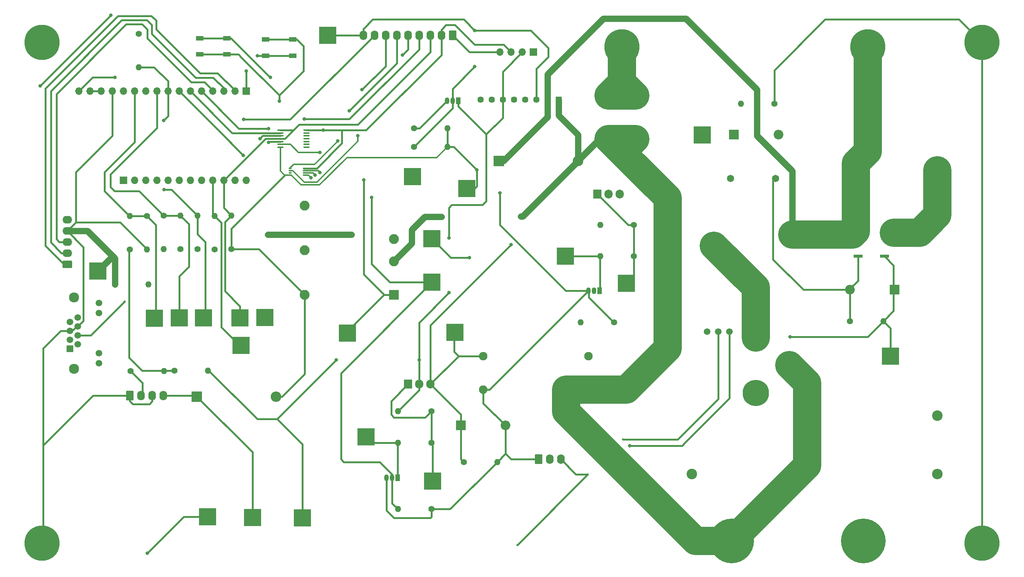
<source format=gtl>
G04 #@! TF.GenerationSoftware,KiCad,Pcbnew,7.0.8*
G04 #@! TF.CreationDate,2023-11-09T10:36:57-05:00*
G04 #@! TF.ProjectId,mecc-pcb-kicad,6d656363-2d70-4636-922d-6b696361642e,v1*
G04 #@! TF.SameCoordinates,Original*
G04 #@! TF.FileFunction,Copper,L1,Top*
G04 #@! TF.FilePolarity,Positive*
%FSLAX46Y46*%
G04 Gerber Fmt 4.6, Leading zero omitted, Abs format (unit mm)*
G04 Created by KiCad (PCBNEW 7.0.8) date 2023-11-09 10:36:57*
%MOMM*%
%LPD*%
G01*
G04 APERTURE LIST*
G04 Aperture macros list*
%AMRoundRect*
0 Rectangle with rounded corners*
0 $1 Rounding radius*
0 $2 $3 $4 $5 $6 $7 $8 $9 X,Y pos of 4 corners*
0 Add a 4 corners polygon primitive as box body*
4,1,4,$2,$3,$4,$5,$6,$7,$8,$9,$2,$3,0*
0 Add four circle primitives for the rounded corners*
1,1,$1+$1,$2,$3*
1,1,$1+$1,$4,$5*
1,1,$1+$1,$6,$7*
1,1,$1+$1,$8,$9*
0 Add four rect primitives between the rounded corners*
20,1,$1+$1,$2,$3,$4,$5,0*
20,1,$1+$1,$4,$5,$6,$7,0*
20,1,$1+$1,$6,$7,$8,$9,0*
20,1,$1+$1,$8,$9,$2,$3,0*%
G04 Aperture macros list end*
G04 #@! TA.AperFunction,ComponentPad*
%ADD10R,4.000000X4.000000*%
G04 #@! TD*
G04 #@! TA.AperFunction,SMDPad,CuDef*
%ADD11R,1.800000X1.100000*%
G04 #@! TD*
G04 #@! TA.AperFunction,ComponentPad*
%ADD12C,1.400000*%
G04 #@! TD*
G04 #@! TA.AperFunction,ComponentPad*
%ADD13O,1.400000X1.400000*%
G04 #@! TD*
G04 #@! TA.AperFunction,ComponentPad*
%ADD14O,1.050000X1.500000*%
G04 #@! TD*
G04 #@! TA.AperFunction,ComponentPad*
%ADD15R,1.050000X1.500000*%
G04 #@! TD*
G04 #@! TA.AperFunction,ComponentPad*
%ADD16C,8.000000*%
G04 #@! TD*
G04 #@! TA.AperFunction,ComponentPad*
%ADD17R,2.400000X2.400000*%
G04 #@! TD*
G04 #@! TA.AperFunction,ComponentPad*
%ADD18O,2.400000X2.400000*%
G04 #@! TD*
G04 #@! TA.AperFunction,ComponentPad*
%ADD19R,1.950000X1.950000*%
G04 #@! TD*
G04 #@! TA.AperFunction,ComponentPad*
%ADD20C,1.950000*%
G04 #@! TD*
G04 #@! TA.AperFunction,ComponentPad*
%ADD21C,6.000000*%
G04 #@! TD*
G04 #@! TA.AperFunction,ComponentPad*
%ADD22C,1.500000*%
G04 #@! TD*
G04 #@! TA.AperFunction,SMDPad,CuDef*
%ADD23R,3.000000X2.000000*%
G04 #@! TD*
G04 #@! TA.AperFunction,ComponentPad*
%ADD24R,2.200000X2.200000*%
G04 #@! TD*
G04 #@! TA.AperFunction,ComponentPad*
%ADD25O,2.200000X2.200000*%
G04 #@! TD*
G04 #@! TA.AperFunction,ComponentPad*
%ADD26C,3.750000*%
G04 #@! TD*
G04 #@! TA.AperFunction,ComponentPad*
%ADD27C,1.650000*%
G04 #@! TD*
G04 #@! TA.AperFunction,ComponentPad*
%ADD28C,2.400000*%
G04 #@! TD*
G04 #@! TA.AperFunction,ComponentPad*
%ADD29R,1.450000X1.450000*%
G04 #@! TD*
G04 #@! TA.AperFunction,ComponentPad*
%ADD30C,1.450000*%
G04 #@! TD*
G04 #@! TA.AperFunction,ComponentPad*
%ADD31R,1.500000X1.500000*%
G04 #@! TD*
G04 #@! TA.AperFunction,ComponentPad*
%ADD32C,2.300000*%
G04 #@! TD*
G04 #@! TA.AperFunction,ComponentPad*
%ADD33RoundRect,0.250000X0.620000X0.845000X-0.620000X0.845000X-0.620000X-0.845000X0.620000X-0.845000X0*%
G04 #@! TD*
G04 #@! TA.AperFunction,ComponentPad*
%ADD34O,1.740000X2.190000*%
G04 #@! TD*
G04 #@! TA.AperFunction,ComponentPad*
%ADD35RoundRect,0.250000X0.845000X-0.620000X0.845000X0.620000X-0.845000X0.620000X-0.845000X-0.620000X0*%
G04 #@! TD*
G04 #@! TA.AperFunction,ComponentPad*
%ADD36O,2.190000X1.740000*%
G04 #@! TD*
G04 #@! TA.AperFunction,ComponentPad*
%ADD37R,1.700000X1.700000*%
G04 #@! TD*
G04 #@! TA.AperFunction,ComponentPad*
%ADD38O,1.700000X1.700000*%
G04 #@! TD*
G04 #@! TA.AperFunction,ComponentPad*
%ADD39R,2.250000X2.250000*%
G04 #@! TD*
G04 #@! TA.AperFunction,ComponentPad*
%ADD40C,2.250000*%
G04 #@! TD*
G04 #@! TA.AperFunction,SMDPad,CuDef*
%ADD41O,0.800001X0.299999*%
G04 #@! TD*
G04 #@! TA.AperFunction,ComponentPad*
%ADD42O,1.905000X2.000000*%
G04 #@! TD*
G04 #@! TA.AperFunction,ComponentPad*
%ADD43R,1.905000X2.000000*%
G04 #@! TD*
G04 #@! TA.AperFunction,ComponentPad*
%ADD44C,10.160000*%
G04 #@! TD*
G04 #@! TA.AperFunction,SMDPad,CuDef*
%ADD45R,2.000000X0.700000*%
G04 #@! TD*
G04 #@! TA.AperFunction,ComponentPad*
%ADD46RoundRect,0.250000X-0.620000X-0.845000X0.620000X-0.845000X0.620000X0.845000X-0.620000X0.845000X0*%
G04 #@! TD*
G04 #@! TA.AperFunction,SMDPad,CuDef*
%ADD47R,1.409700X0.355600*%
G04 #@! TD*
G04 #@! TA.AperFunction,ViaPad*
%ADD48C,0.800000*%
G04 #@! TD*
G04 #@! TA.AperFunction,ViaPad*
%ADD49C,0.500000*%
G04 #@! TD*
G04 #@! TA.AperFunction,Conductor*
%ADD50C,0.400000*%
G04 #@! TD*
G04 #@! TA.AperFunction,Conductor*
%ADD51C,6.450000*%
G04 #@! TD*
G04 #@! TA.AperFunction,Conductor*
%ADD52C,1.450000*%
G04 #@! TD*
G04 #@! TA.AperFunction,Conductor*
%ADD53C,0.300000*%
G04 #@! TD*
G04 APERTURE END LIST*
D10*
G04 #@! TO.P,TP7,1,1*
G04 #@! TO.N,PRE_DIS*
X172000000Y-154000000D03*
G04 #@! TD*
D11*
G04 #@! TO.P,SW2,2,2*
G04 #@! TO.N,BOOT0*
X135100000Y-91000000D03*
X128900000Y-91000000D03*
G04 #@! TO.P,SW2,1,1*
G04 #@! TO.N,+3.3V*
X128900000Y-87300000D03*
X135100000Y-87300000D03*
G04 #@! TD*
D10*
G04 #@! TO.P,24V_1,1,1*
G04 #@! TO.N,+24V*
X125900000Y-196200000D03*
G04 #@! TD*
D12*
G04 #@! TO.P,R7,1*
G04 #@! TO.N,GND*
X117300000Y-135100000D03*
D13*
G04 #@! TO.P,R7,2*
G04 #@! TO.N,ADVANCE_BUTTON_RED*
X117300000Y-127480000D03*
G04 #@! TD*
D14*
G04 #@! TO.P,Q1,1,S*
G04 #@! TO.N,GND*
X156445000Y-187099375D03*
G04 #@! TO.P,Q1,2,G*
G04 #@! TO.N,PRE_DIS_ANDOUT*
X157715000Y-187099375D03*
D15*
G04 #@! TO.P,Q1,3,D*
G04 #@! TO.N,Net-(Q1-D)*
X158985000Y-187099375D03*
G04 #@! TD*
D10*
G04 #@! TO.P,5V_1,1,1*
G04 #@! TO.N,+5V*
X137250000Y-196250000D03*
G04 #@! TD*
D16*
G04 #@! TO.P,,1*
G04 #@! TO.N,BATT_POS*
X266000000Y-89000000D03*
G04 #@! TD*
G04 #@! TO.P,,1*
G04 #@! TO.N,BATT_NEG*
X210000000Y-89000000D03*
G04 #@! TD*
D17*
G04 #@! TO.P,C1,1*
G04 #@! TO.N,BATT_POS*
X182000000Y-115000000D03*
D18*
G04 #@! TO.P,C1,2*
G04 #@! TO.N,VESC_NEG*
X200000000Y-115000000D03*
G04 #@! TD*
D19*
G04 #@! TO.P,DISCHARGE_RELAY1,11,COM*
G04 #@! TO.N,VESC_NEG*
X197335000Y-167005000D03*
D20*
G04 #@! TO.P,DISCHARGE_RELAY1,12,NC*
G04 #@! TO.N,Net-(DISCHARGE_RELAY1-NC)*
X202375000Y-159385000D03*
G04 #@! TO.P,DISCHARGE_RELAY1,A1,COIL_1*
G04 #@! TO.N,GND*
X178435000Y-167005000D03*
G04 #@! TO.P,DISCHARGE_RELAY1,A2,COIL_2*
G04 #@! TO.N,PRE_DIS*
X178435000Y-159385000D03*
G04 #@! TD*
D12*
G04 #@! TO.P,R_RELAY_PULLDOWN1,1*
G04 #@! TO.N,GND*
X261882500Y-151447500D03*
D13*
G04 #@! TO.P,R_RELAY_PULLDOWN1,2*
G04 #@! TO.N,PRE_DIS*
X269502500Y-151447500D03*
G04 #@! TD*
D12*
G04 #@! TO.P,R_RELAY_PULLDOWN3,1*
G04 #@! TO.N,GND*
X244721875Y-101900000D03*
D13*
G04 #@! TO.P,R_RELAY_PULLDOWN3,2*
G04 #@! TO.N,HIGH_SIDE*
X237101875Y-101900000D03*
G04 #@! TD*
D21*
G04 #@! TO.P,U1,2,GND*
G04 #@! TO.N,VESC_NEG*
X248104600Y-161428000D03*
G04 #@! TO.P,U1,4,+IN*
G04 #@! TO.N,Net-(HIGH_SIDE_RELAY1-NO)*
X240481600Y-155205000D03*
G04 #@! TO.P,U1,5,+OUT*
G04 #@! TO.N,VESC_POS*
X240481600Y-167778000D03*
D22*
G04 #@! TO.P,U1,6,Iout*
G04 #@! TO.N,BATT_CURR_SENSOR*
X234480000Y-153800000D03*
G04 #@! TO.P,U1,7,Vout*
G04 #@! TO.N,BATT_V_SENSOR*
X231940000Y-153800000D03*
G04 #@! TO.P,U1,8,SIG_GND*
G04 #@! TO.N,GND*
X229400000Y-153800000D03*
G04 #@! TD*
D10*
G04 #@! TO.P,TP5,1,1*
G04 #@! TO.N,PRE_DIS*
X271145000Y-159385000D03*
G04 #@! TD*
G04 #@! TO.P,TP14,1,1*
G04 #@! TO.N,BATT_POS*
X162350000Y-118550000D03*
G04 #@! TD*
D23*
G04 #@! TO.P,FUSE_HOLDER1,1,1*
G04 #@! TO.N,BATT_NEG*
X206970000Y-100040000D03*
G04 #@! TO.P,FUSE_HOLDER1,2,2*
G04 #@! TO.N,VESC_NEG*
X206970000Y-109960000D03*
G04 #@! TO.P,FUSE_HOLDER1,3,3*
X213030000Y-109960000D03*
G04 #@! TO.P,FUSE_HOLDER1,4,4*
G04 #@! TO.N,BATT_NEG*
X213030000Y-100040000D03*
G04 #@! TD*
D12*
G04 #@! TO.P,R6,1*
G04 #@! TO.N,BATT_V_SENSOR*
X100000000Y-86000000D03*
D13*
G04 #@! TO.P,R6,2*
G04 #@! TO.N,/A4*
X100000000Y-93620000D03*
G04 #@! TD*
D10*
G04 #@! TO.P,TP3,1,1*
G04 #@! TO.N,Net-(Q3-G)*
X166883750Y-187849375D03*
G04 #@! TD*
D24*
G04 #@! TO.P,D3,1,K*
G04 #@! TO.N,HIGH_SIDE*
X235520000Y-108968750D03*
D25*
G04 #@! TO.P,D3,2,A*
G04 #@! TO.N,GND*
X245680000Y-108968750D03*
G04 #@! TD*
D10*
G04 #@! TO.P,3.3V_1,1,1*
G04 #@! TO.N,+3.3V*
X115700000Y-196000000D03*
G04 #@! TD*
D12*
G04 #@! TO.P,RHIGH_10k2,1*
G04 #@! TO.N,GND*
X166621250Y-194199375D03*
D13*
G04 #@! TO.P,RHIGH_10k2,2*
G04 #@! TO.N,PRE_DIS_ANDOUT*
X159001250Y-194199375D03*
G04 #@! TD*
D26*
G04 #@! TO.P,HIGH_SIDE_RELAY1,1,NO*
G04 #@! TO.N,Net-(HIGH_SIDE_RELAY1-NO)*
X230950000Y-134250000D03*
G04 #@! TO.P,HIGH_SIDE_RELAY1,2,COM*
G04 #@! TO.N,BATT_POS*
X248750000Y-131750000D03*
D27*
G04 #@! TO.P,HIGH_SIDE_RELAY1,3,COIL_1*
G04 #@! TO.N,HIGH_SIDE*
X234750000Y-118950000D03*
G04 #@! TO.P,HIGH_SIDE_RELAY1,4,COIL_2*
G04 #@! TO.N,GND*
X244950000Y-118950000D03*
G04 #@! TD*
D10*
G04 #@! TO.P,TP17,1,1*
G04 #@! TO.N,DCDC_SW*
X143000000Y-86350000D03*
G04 #@! TD*
D12*
G04 #@! TO.P,R9,1*
G04 #@! TO.N,/A1*
X101900000Y-127500000D03*
D13*
G04 #@! TO.P,R9,2*
G04 #@! TO.N,GND*
X101900000Y-135120000D03*
G04 #@! TD*
D12*
G04 #@! TO.P,RHIGH_10k4,1*
G04 #@! TO.N,Net-(Q4-G)*
X212737500Y-136656250D03*
D13*
G04 #@! TO.P,RHIGH_10k4,2*
G04 #@! TO.N,Net-(Q2-D)*
X205117500Y-136656250D03*
G04 #@! TD*
D10*
G04 #@! TO.P,GND_1,1,1*
G04 #@! TO.N,GND*
X174700000Y-121250000D03*
G04 #@! TD*
D12*
G04 #@! TO.P,RHIGH_10k1,1*
G04 #@! TO.N,GND*
X208200000Y-151700000D03*
D13*
G04 #@! TO.P,RHIGH_10k1,2*
G04 #@! TO.N,HIGH_SIDE_ANDOUT*
X200580000Y-151700000D03*
G04 #@! TD*
D12*
G04 #@! TO.P,R3,1*
G04 #@! TO.N,/A3*
X105700000Y-127400000D03*
D13*
G04 #@! TO.P,R3,2*
G04 #@! TO.N,WAVE_GAUGE*
X105700000Y-135020000D03*
G04 #@! TD*
D10*
G04 #@! TO.P,TP4,1,1*
G04 #@! TO.N,Net-(Q4-G)*
X211000000Y-142800000D03*
G04 #@! TD*
D24*
G04 #@! TO.P,D4,1,K*
G04 #@! TO.N,PRE_DIS*
X173335000Y-175199375D03*
D25*
G04 #@! TO.P,D4,2,A*
G04 #@! TO.N,GND*
X183495000Y-175199375D03*
G04 #@! TD*
D28*
G04 #@! TO.P,R_PRECHARGE1,1*
G04 #@! TO.N,VESC_POS*
X281841875Y-172962500D03*
D18*
G04 #@! TO.P,R_PRECHARGE1,2*
G04 #@! TO.N,Net-(PRECHARGE_RELAY1-COM)*
X281841875Y-117082500D03*
G04 #@! TD*
D29*
G04 #@! TO.P,J2,1,Pin_1*
G04 #@! TO.N,VESC_NEG*
X195580000Y-101000000D03*
D30*
G04 #@! TO.P,J2,2,Pin_2*
G04 #@! TO.N,BATT_POS*
X193040000Y-101000000D03*
G04 #@! TO.P,J2,3,Pin_3*
G04 #@! TO.N,DCDC_SW*
X190500000Y-101000000D03*
G04 #@! TO.P,J2,4,Pin_4*
G04 #@! TO.N,unconnected-(J2-Pin_4-Pad4)*
X187960000Y-101000000D03*
G04 #@! TO.P,J2,5,Pin_5*
G04 #@! TO.N,unconnected-(J2-Pin_5-Pad5)*
X185420000Y-101000000D03*
G04 #@! TO.P,J2,6,Pin_6*
G04 #@! TO.N,+5V*
X182880000Y-101000000D03*
G04 #@! TO.P,J2,7,Pin_7*
G04 #@! TO.N,GND*
X180340000Y-101000000D03*
G04 #@! TO.P,J2,8,Pin_8*
G04 #@! TO.N,unconnected-(J2-Pin_8-Pad8)*
X177800000Y-101000000D03*
G04 #@! TD*
D31*
G04 #@! TO.P,J3,1,Pin_1*
G04 #@! TO.N,unconnected-(J3-Pin_1-Pad1)*
X84400000Y-157700000D03*
D22*
G04 #@! TO.P,J3,2,Pin_2*
G04 #@! TO.N,unconnected-(J3-Pin_2-Pad2)*
X86180000Y-156684000D03*
G04 #@! TO.P,J3,3,Pin_3*
G04 #@! TO.N,unconnected-(J3-Pin_3-Pad3)*
X84400000Y-155668000D03*
G04 #@! TO.P,J3,4,Pin_4*
G04 #@! TO.N,WAVE_GAUGE*
X86180000Y-154652000D03*
G04 #@! TO.P,J3,5,Pin_5*
G04 #@! TO.N,GND*
X84400000Y-153636000D03*
G04 #@! TO.P,J3,6,Pin_6*
X86180000Y-152620000D03*
G04 #@! TO.P,J3,7,Pin_7*
G04 #@! TO.N,unconnected-(J3-Pin_7-Pad7)*
X84400000Y-151604000D03*
G04 #@! TO.P,J3,8,Pin_8*
G04 #@! TO.N,unconnected-(J3-Pin_8-Pad8)*
X86180000Y-150588000D03*
G04 #@! TO.P,J3,9*
G04 #@! TO.N,N/C*
X91000000Y-161000000D03*
G04 #@! TO.P,J3,10*
X91000000Y-158710000D03*
G04 #@! TO.P,J3,11*
X91000000Y-149570000D03*
G04 #@! TO.P,J3,12*
X91000000Y-147280000D03*
D32*
G04 #@! TO.P,J3,SH*
X85290000Y-162270000D03*
X85290000Y-146010000D03*
G04 #@! TD*
D33*
G04 #@! TO.P,J7,1,Pin_1*
G04 #@! TO.N,GND*
X171450000Y-86360000D03*
D34*
G04 #@! TO.P,J7,2,Pin_2*
G04 #@! TO.N,+3.3V*
X168910000Y-86360000D03*
G04 #@! TO.P,J7,3,Pin_3*
G04 #@! TO.N,IO_ESTOP*
X166370000Y-86360000D03*
G04 #@! TO.P,J7,4,Pin_4*
G04 #@! TO.N,ADVANCE_BUTTON_RED*
X163830000Y-86360000D03*
G04 #@! TO.P,J7,5,Pin_5*
G04 #@! TO.N,RESET*
X161290000Y-86360000D03*
G04 #@! TO.P,J7,6,Pin_6*
G04 #@! TO.N,TORQ_SWITCH_1*
X158750000Y-86360000D03*
G04 #@! TO.P,J7,7,Pin_7*
G04 #@! TO.N,TORQ_SWITCH_2*
X156210000Y-86360000D03*
G04 #@! TO.P,J7,8,Pin_8*
G04 #@! TO.N,Ref_Model_SW*
X153670000Y-86360000D03*
G04 #@! TO.P,J7,9,Pin_9*
G04 #@! TO.N,DCDC_SW*
X151130000Y-86360000D03*
G04 #@! TD*
D28*
G04 #@! TO.P,R_DISCHARGE1,1*
G04 #@! TO.N,Net-(DISCHARGE_RELAY1-NC)*
X225950000Y-186250000D03*
D18*
G04 #@! TO.P,R_DISCHARGE1,2*
G04 #@! TO.N,VESC_POS*
X281830000Y-186250000D03*
G04 #@! TD*
D35*
G04 #@! TO.P,J6,1,Pin_1*
G04 #@! TO.N,VESC_OUTPUT*
X83750000Y-138500000D03*
D36*
G04 #@! TO.P,J6,2,Pin_2*
G04 #@! TO.N,VESC_INPUT*
X83750000Y-135960000D03*
G04 #@! TO.P,J6,3,Pin_3*
G04 #@! TO.N,VESC_POWER_SWITCH*
X83750000Y-133420000D03*
G04 #@! TO.P,J6,4,Pin_4*
G04 #@! TO.N,GND*
X83750000Y-130880000D03*
G04 #@! TO.P,J6,5*
G04 #@! TO.N,N/C*
X83750000Y-128340000D03*
G04 #@! TD*
D12*
G04 #@! TO.P,R8,1*
G04 #@! TO.N,GND*
X121100000Y-135000000D03*
D13*
G04 #@! TO.P,R8,2*
G04 #@! TO.N,IO_ESTOP*
X121100000Y-127380000D03*
G04 #@! TD*
D11*
G04 #@! TO.P,SW1,1,1*
G04 #@! TO.N,+3.3V*
X120100000Y-90695000D03*
X113900000Y-90695000D03*
G04 #@! TO.P,SW1,2,2*
G04 #@! TO.N,RESET*
X120100000Y-86995000D03*
X113900000Y-86995000D03*
G04 #@! TD*
D37*
G04 #@! TO.P,JP1,1,1*
G04 #@! TO.N,VBAT*
X96520000Y-119380000D03*
D38*
G04 #@! TO.P,JP1,2,2*
G04 #@! TO.N,/EN*
X99060000Y-119380000D03*
G04 #@! TO.P,JP1,3,3*
G04 #@! TO.N,VBUS*
X101600000Y-119380000D03*
G04 #@! TO.P,JP1,4,4*
G04 #@! TO.N,/D13*
X104140000Y-119380000D03*
G04 #@! TO.P,JP1,5,5*
G04 #@! TO.N,Torq_SW_Mode_1*
X106680000Y-119380000D03*
G04 #@! TO.P,JP1,6,6*
G04 #@! TO.N,Torq_SW_Mode_2*
X109220000Y-119380000D03*
G04 #@! TO.P,JP1,7,7*
G04 #@! TO.N,Torq_SW_Mode_3*
X111760000Y-119380000D03*
G04 #@! TO.P,JP1,8,8*
G04 #@! TO.N,Ref_Model_SW*
X114300000Y-119380000D03*
G04 #@! TO.P,JP1,9,9*
G04 #@! TO.N,ADVANCE_BUTTON_RED*
X116840000Y-119380000D03*
G04 #@! TO.P,JP1,10,10*
G04 #@! TO.N,IO_ESTOP*
X119380000Y-119380000D03*
G04 #@! TO.P,JP1,11,11*
G04 #@! TO.N,/SCL*
X121920000Y-119380000D03*
G04 #@! TO.P,JP1,12,12*
G04 #@! TO.N,/SDA*
X124460000Y-119380000D03*
G04 #@! TD*
D10*
G04 #@! TO.P,TP16,1,1*
G04 #@! TO.N,IO_ESTOP*
X123100000Y-150700000D03*
G04 #@! TD*
G04 #@! TO.P,TP2,1,1*
G04 #@! TO.N,Net-(Q1-D)*
X151750000Y-177750000D03*
G04 #@! TD*
D16*
G04 #@! TO.P,GND,1*
G04 #@! TO.N,GND*
X78000000Y-88000000D03*
G04 #@! TD*
D10*
G04 #@! TO.P,TP18,1,1*
G04 #@! TO.N,Net-(J5-CTRL)*
X147550000Y-154200000D03*
G04 #@! TD*
G04 #@! TO.P,TP8,1,1*
G04 #@! TO.N,PRE_DIS_ANDOUT*
X166752000Y-142591000D03*
G04 #@! TD*
D12*
G04 #@! TO.P,RHIGH_10k3,1*
G04 #@! TO.N,Net-(Q3-G)*
X166621250Y-179118125D03*
D13*
G04 #@! TO.P,RHIGH_10k3,2*
G04 #@! TO.N,Net-(Q1-D)*
X159001250Y-179118125D03*
G04 #@! TD*
D12*
G04 #@! TO.P,R11,1*
G04 #@! TO.N,Net-(J5-CTRL)*
X162690000Y-107500000D03*
D13*
G04 #@! TO.P,R11,2*
G04 #@! TO.N,GND*
X170310000Y-107500000D03*
G04 #@! TD*
D12*
G04 #@! TO.P,RHIGH_10k5,1*
G04 #@! TO.N,Net-(Q3-G)*
X166621250Y-171974375D03*
D13*
G04 #@! TO.P,RHIGH_10k5,2*
G04 #@! TO.N,+5V*
X159001250Y-171974375D03*
G04 #@! TD*
D39*
G04 #@! TO.P,J5,1,CTRL*
G04 #@! TO.N,Net-(J5-CTRL)*
X158115000Y-145415000D03*
D40*
G04 #@! TO.P,J5,2,GND*
G04 #@! TO.N,VESC_NEG*
X158115000Y-137795000D03*
G04 #@! TO.P,J5,3,VIN*
G04 #@! TO.N,BATT_POS*
X158115000Y-132715000D03*
G04 #@! TO.P,J5,4,+VO*
G04 #@! TO.N,+24V*
X137795000Y-125095000D03*
G04 #@! TO.P,J5,5,0V*
G04 #@! TO.N,unconnected-(J5-0V-Pad5)*
X137795000Y-135255000D03*
G04 #@! TO.P,J5,6,-VO*
G04 #@! TO.N,GND*
X137795000Y-145415000D03*
G04 #@! TD*
D41*
G04 #@! TO.P,U3,1,A*
G04 #@! TO.N,TORQ_SWITCH_1*
X134500000Y-116700001D03*
G04 #@! TO.P,U3,2,B*
G04 #@! TO.N,TORQ_SWITCH_2*
X134500000Y-117200000D03*
G04 #@! TO.P,U3,3,Y3*
G04 #@! TO.N,unconnected-(U3-Y3-Pad3)*
X134500000Y-117700002D03*
G04 #@! TO.P,U3,4,GND*
G04 #@! TO.N,GND*
X134500000Y-118200000D03*
G04 #@! TO.P,U3,5,Y2*
G04 #@! TO.N,Torq_SW_Mode_3*
X137700001Y-118200000D03*
G04 #@! TO.P,U3,6,Y1*
G04 #@! TO.N,Torq_SW_Mode_2*
X137700001Y-117700002D03*
G04 #@! TO.P,U3,7,Y0*
G04 #@! TO.N,Torq_SW_Mode_1*
X137700001Y-117200000D03*
G04 #@! TO.P,U3,8,VCC*
G04 #@! TO.N,+3.3V*
X137700001Y-116700001D03*
G04 #@! TD*
D10*
G04 #@! TO.P,TP15,1,1*
G04 #@! TO.N,VESC_NEG*
X128750000Y-150600000D03*
G04 #@! TD*
D42*
G04 #@! TO.P,Q3,1,D*
G04 #@! TO.N,+5V*
X163875000Y-165775625D03*
D43*
G04 #@! TO.P,Q3,2,G*
G04 #@! TO.N,Net-(Q3-G)*
X161335000Y-165775625D03*
D42*
G04 #@! TO.P,Q3,3,S*
G04 #@! TO.N,PRE_DIS*
X166415000Y-165775625D03*
G04 #@! TD*
D12*
G04 #@! TO.P,RHIGH_10k6,1*
G04 #@! TO.N,Net-(Q4-G)*
X212737500Y-129512500D03*
D13*
G04 #@! TO.P,RHIGH_10k6,2*
G04 #@! TO.N,PRE_DIS*
X205117500Y-129512500D03*
G04 #@! TD*
D44*
G04 #@! TO.P,J1,1,Pin_1*
G04 #@! TO.N,VESC_POS*
X265000000Y-201500000D03*
G04 #@! TO.P,J1,2,Pin_2*
G04 #@! TO.N,VESC_NEG*
X235030000Y-201500000D03*
G04 #@! TD*
D12*
G04 #@! TO.P,R2,1*
G04 #@! TO.N,Net-(R1-Pad2)*
X108200000Y-162700000D03*
D13*
G04 #@! TO.P,R2,2*
G04 #@! TO.N,+5V*
X115820000Y-162700000D03*
G04 #@! TD*
D10*
G04 #@! TO.P,TP13,1,1*
G04 #@! TO.N,GND*
X90750000Y-140000000D03*
G04 #@! TD*
G04 #@! TO.P,TP1,1,1*
G04 #@! TO.N,Net-(Q2-D)*
X197125000Y-136656250D03*
G04 #@! TD*
D12*
G04 #@! TO.P,R12,1*
G04 #@! TO.N,DCDC_SW*
X162690000Y-111750000D03*
D13*
G04 #@! TO.P,R12,2*
G04 #@! TO.N,GND*
X170310000Y-111750000D03*
G04 #@! TD*
D16*
G04 #@! TO.P,GND,1*
G04 #@! TO.N,GND*
X292000000Y-88000000D03*
G04 #@! TD*
D10*
G04 #@! TO.P,TP6,1,1*
G04 #@! TO.N,HIGH_SIDE*
X228315625Y-109043750D03*
G04 #@! TD*
D45*
G04 #@! TO.P,PRECHARGE_RELAY1,1,SET+/RESET-*
G04 #@! TO.N,PRE_DIS*
X269760625Y-136685000D03*
G04 #@! TO.P,PRECHARGE_RELAY1,3,COM*
G04 #@! TO.N,Net-(PRECHARGE_RELAY1-COM)*
X269760625Y-131285000D03*
G04 #@! TO.P,PRECHARGE_RELAY1,6,NO*
G04 #@! TO.N,BATT_POS*
X263760625Y-131285000D03*
G04 #@! TO.P,PRECHARGE_RELAY1,8,SET-/RESET+*
G04 #@! TO.N,GND*
X263760625Y-136685000D03*
G04 #@! TD*
D10*
G04 #@! TO.P,TP11,1,1*
G04 #@! TO.N,/A3*
X109250000Y-150700000D03*
G04 #@! TD*
D12*
G04 #@! TO.P,R_RELAY_PULLDOWN4,1*
G04 #@! TO.N,PRE_DIS*
X173990000Y-183515000D03*
D13*
G04 #@! TO.P,R_RELAY_PULLDOWN4,2*
G04 #@! TO.N,GND*
X181610000Y-183515000D03*
G04 #@! TD*
D12*
G04 #@! TO.P,R13,1*
G04 #@! TO.N,GND*
X94600000Y-143100000D03*
D13*
G04 #@! TO.P,R13,2*
G04 #@! TO.N,VESC_NEG*
X102220000Y-143100000D03*
G04 #@! TD*
D46*
G04 #@! TO.P,J9,1,Pin_1*
G04 #@! TO.N,GND*
X191020000Y-182900000D03*
D34*
G04 #@! TO.P,J9,2,Pin_2*
G04 #@! TO.N,BATT_CURR_SENSOR*
X193560000Y-182900000D03*
G04 #@! TO.P,J9,3,Pin_3*
G04 #@! TO.N,BATT_V_SENSOR*
X196100000Y-182900000D03*
G04 #@! TD*
D12*
G04 #@! TO.P,R4,1*
G04 #@! TO.N,GND*
X109500000Y-135000000D03*
D13*
G04 #@! TO.P,R4,2*
G04 #@! TO.N,/A3*
X109500000Y-127380000D03*
G04 #@! TD*
D24*
G04 #@! TO.P,D1,1,K*
G04 #@! TO.N,PRE_DIS*
X272080000Y-144300000D03*
D25*
G04 #@! TO.P,D1,2,A*
G04 #@! TO.N,GND*
X261920000Y-144300000D03*
G04 #@! TD*
D12*
G04 #@! TO.P,R1,1*
G04 #@! TO.N,TORQUE_SENSOR*
X98150000Y-162800000D03*
D13*
G04 #@! TO.P,R1,2*
G04 #@! TO.N,Net-(R1-Pad2)*
X105770000Y-162800000D03*
G04 #@! TD*
D46*
G04 #@! TO.P,J8,1,Pin_1*
G04 #@! TO.N,GND*
X98000000Y-168400000D03*
D34*
G04 #@! TO.P,J8,2,Pin_2*
G04 #@! TO.N,TORQUE_SENSOR*
X100540000Y-168400000D03*
G04 #@! TO.P,J8,3,Pin_3*
G04 #@! TO.N,GND*
X103080000Y-168400000D03*
G04 #@! TO.P,J8,4,Pin_4*
G04 #@! TO.N,+24V*
X105620000Y-168400000D03*
G04 #@! TD*
D47*
G04 #@! TO.P,U2,1,1A*
G04 #@! TO.N,IO_ESTOP*
X132302250Y-107950000D03*
G04 #@! TO.P,U2,2,1B*
G04 #@! TO.N,HIGH_IN*
X132302250Y-108599986D03*
G04 #@! TO.P,U2,3,1Y*
G04 #@! TO.N,HIGH_SIDE_ANDOUT*
X132302250Y-109249972D03*
G04 #@! TO.P,U2,4,2A*
G04 #@! TO.N,IO_ESTOP*
X132302250Y-109899958D03*
G04 #@! TO.P,U2,5,2B*
G04 #@! TO.N,LOW_IN*
X132302250Y-110549944D03*
G04 #@! TO.P,U2,6,2Y*
G04 #@! TO.N,PRE_DIS_ANDOUT*
X132302250Y-111199930D03*
G04 #@! TO.P,U2,7,GND*
G04 #@! TO.N,GND*
X132302250Y-111849916D03*
G04 #@! TO.P,U2,8,3Y*
G04 #@! TO.N,unconnected-(U2-3Y-Pad8)*
X138207750Y-111849916D03*
G04 #@! TO.P,U2,9,3A*
G04 #@! TO.N,unconnected-(U2-3A-Pad9)*
X138207750Y-111199930D03*
G04 #@! TO.P,U2,10,3B*
G04 #@! TO.N,unconnected-(U2-3B-Pad10)*
X138207750Y-110549944D03*
G04 #@! TO.P,U2,11,4Y*
G04 #@! TO.N,unconnected-(U2-4Y-Pad11)*
X138207750Y-109899958D03*
G04 #@! TO.P,U2,12,4A*
G04 #@! TO.N,unconnected-(U2-4A-Pad12)*
X138207750Y-109249972D03*
G04 #@! TO.P,U2,13,4B*
G04 #@! TO.N,unconnected-(U2-4B-Pad13)*
X138207750Y-108599986D03*
G04 #@! TO.P,U2,14,VCC*
G04 #@! TO.N,+3.3V*
X138207750Y-107950000D03*
G04 #@! TD*
D10*
G04 #@! TO.P,TP12,1,1*
G04 #@! TO.N,/A4*
X114800000Y-150700000D03*
G04 #@! TD*
D12*
G04 #@! TO.P,R5,1*
G04 #@! TO.N,GND*
X113400000Y-135000000D03*
D13*
G04 #@! TO.P,R5,2*
G04 #@! TO.N,/A4*
X113400000Y-127380000D03*
G04 #@! TD*
D16*
G04 #@! TO.P,GND,1*
G04 #@! TO.N,GND*
X78000000Y-202000000D03*
G04 #@! TD*
D37*
G04 #@! TO.P,J4,1,Pin_1*
G04 #@! TO.N,GND*
X189865000Y-90170000D03*
D38*
G04 #@! TO.P,J4,2,Pin_2*
G04 #@! TO.N,+5V*
X187325000Y-90170000D03*
G04 #@! TO.P,J4,3,Pin_3*
G04 #@! TO.N,+3.3V*
X184785000Y-90170000D03*
G04 #@! TO.P,J4,4,Pin_4*
G04 #@! TO.N,GND*
X182245000Y-90170000D03*
G04 #@! TD*
D10*
G04 #@! TO.P,TP9,1,1*
G04 #@! TO.N,ADVANCE_BUTTON_RED*
X123350000Y-157000000D03*
G04 #@! TD*
D37*
G04 #@! TO.P,JP2,1,1*
G04 #@! TO.N,BOOT0*
X124460000Y-99060000D03*
D38*
G04 #@! TO.P,JP2,2,2*
G04 #@! TO.N,VESC_OUTPUT*
X121920000Y-99060000D03*
G04 #@! TO.P,JP2,3,3*
G04 #@! TO.N,VESC_INPUT*
X119380000Y-99060000D03*
G04 #@! TO.P,JP2,4,4*
G04 #@! TO.N,VESC_POWER_SWITCH*
X116840000Y-99060000D03*
G04 #@! TO.P,JP2,5,5*
G04 #@! TO.N,LOW_IN*
X114300000Y-99060000D03*
G04 #@! TO.P,JP2,6,6*
G04 #@! TO.N,HIGH_IN*
X111760000Y-99060000D03*
G04 #@! TO.P,JP2,7,7*
G04 #@! TO.N,BATT_CURR_SENSOR*
X109220000Y-99060000D03*
G04 #@! TO.P,JP2,8,8*
G04 #@! TO.N,/A4*
X106680000Y-99060000D03*
G04 #@! TO.P,JP2,9,9*
G04 #@! TO.N,/A3*
X104140000Y-99060000D03*
G04 #@! TO.P,JP2,10,10*
G04 #@! TO.N,/A2*
X101600000Y-99060000D03*
G04 #@! TO.P,JP2,11,11*
G04 #@! TO.N,/A1*
X99060000Y-99060000D03*
G04 #@! TO.P,JP2,12,12*
G04 #@! TO.N,/A0*
X96520000Y-99060000D03*
G04 #@! TO.P,JP2,13,13*
G04 #@! TO.N,GND*
X93980000Y-99060000D03*
G04 #@! TO.P,JP2,14,14*
G04 #@! TO.N,+3.3V*
X91440000Y-99060000D03*
G04 #@! TO.P,JP2,15,15*
X88900000Y-99060000D03*
G04 #@! TO.P,JP2,16,16*
G04 #@! TO.N,RESET*
X86360000Y-99060000D03*
G04 #@! TD*
D12*
G04 #@! TO.P,R10,1*
G04 #@! TO.N,Net-(R1-Pad2)*
X98000000Y-135100000D03*
D13*
G04 #@! TO.P,R10,2*
G04 #@! TO.N,/A1*
X98000000Y-127480000D03*
G04 #@! TD*
D42*
G04 #@! TO.P,Q4,1,D*
G04 #@! TO.N,PRE_DIS*
X206960000Y-122520000D03*
D43*
G04 #@! TO.P,Q4,2,G*
G04 #@! TO.N,Net-(Q4-G)*
X204420000Y-122520000D03*
D42*
G04 #@! TO.P,Q4,3,S*
G04 #@! TO.N,HIGH_SIDE*
X209500000Y-122520000D03*
G04 #@! TD*
D10*
G04 #@! TO.P,TP9,1,1*
G04 #@! TO.N,HIGH_SIDE_ANDOUT*
X166752000Y-132685000D03*
G04 #@! TD*
G04 #@! TO.P,TP10,1,1*
G04 #@! TO.N,/A1*
X103600000Y-150750000D03*
G04 #@! TD*
D17*
G04 #@! TO.P,C2,1*
G04 #@! TO.N,+24V*
X113250000Y-168642500D03*
D18*
G04 #@! TO.P,C2,2*
G04 #@! TO.N,GND*
X131250000Y-168642500D03*
G04 #@! TD*
D16*
G04 #@! TO.P,GND,1*
G04 #@! TO.N,GND*
X292000000Y-202000000D03*
G04 #@! TD*
D14*
G04 #@! TO.P,Q5,1,S*
G04 #@! TO.N,Net-(J5-CTRL)*
X170210000Y-101250000D03*
G04 #@! TO.P,Q5,2,G*
G04 #@! TO.N,DCDC_SW*
X171480000Y-101250000D03*
D15*
G04 #@! TO.P,Q5,3,D*
G04 #@! TO.N,+5V*
X172750000Y-101250000D03*
G04 #@! TD*
D14*
G04 #@! TO.P,Q2,1,S*
G04 #@! TO.N,GND*
X202400000Y-144500000D03*
G04 #@! TO.P,Q2,2,G*
G04 #@! TO.N,HIGH_SIDE_ANDOUT*
X203670000Y-144500000D03*
D15*
G04 #@! TO.P,Q2,3,D*
G04 #@! TO.N,Net-(Q2-D)*
X204940000Y-144500000D03*
G04 #@! TD*
D48*
G04 #@! TO.N,BOOT0*
X127000000Y-91000000D03*
X124460000Y-94460000D03*
G04 #@! TO.N,+5V*
X145000000Y-160250000D03*
X170636563Y-132500000D03*
X170672500Y-144922500D03*
X163875000Y-160250000D03*
G04 #@! TO.N,VESC_NEG*
X129450000Y-131750000D03*
X168910000Y-127635000D03*
X148450000Y-131750000D03*
X187000000Y-127600000D03*
G04 #@! TO.N,GND*
X177000000Y-117000000D03*
X182245000Y-122250000D03*
D49*
G04 #@! TO.N,BATT_V_SENSOR*
X210250000Y-178350000D03*
X202250000Y-186350000D03*
D48*
X77600000Y-97900000D03*
X93700000Y-81800000D03*
D49*
X186200000Y-202400000D03*
D48*
G04 #@! TO.N,BATT_CURR_SENSOR*
X123825000Y-113665000D03*
X211800000Y-179800000D03*
G04 #@! TO.N,Torq_SW_Mode_1*
X141300000Y-117600000D03*
G04 #@! TO.N,Torq_SW_Mode_2*
X140200000Y-118200000D03*
G04 #@! TO.N,Torq_SW_Mode_3*
X139200000Y-118800000D03*
G04 #@! TO.N,Ref_Model_SW*
X123900000Y-105500000D03*
D49*
G04 #@! TO.N,WAVE_GAUGE*
X96800000Y-146950000D03*
D48*
G04 #@! TO.N,ADVANCE_BUTTON_RED*
X137700000Y-105410000D03*
G04 #@! TO.N,/A4*
X105800000Y-121500000D03*
X105700000Y-105700000D03*
G04 #@! TO.N,+3.3V*
X102000000Y-204250000D03*
X142000000Y-107950000D03*
X132000000Y-101350000D03*
G04 #@! TO.N,RESET*
X130000000Y-95885000D03*
X94615000Y-95885000D03*
X160020000Y-90805000D03*
G04 #@! TO.N,DCDC_SW*
X176500000Y-93500000D03*
X176500000Y-85250000D03*
G04 #@! TO.N,Net-(J5-CTRL)*
X151250000Y-119250000D03*
G04 #@! TO.N,LOW_IN*
X129600486Y-110699458D03*
X129600000Y-107600000D03*
G04 #@! TO.N,TORQ_SWITCH_1*
X147955000Y-103505000D03*
X145300000Y-110400000D03*
G04 #@! TO.N,TORQ_SWITCH_2*
X150812500Y-98742500D03*
X149860000Y-109220000D03*
G04 #@! TO.N,PRE_DIS*
X248300000Y-155000000D03*
X184770000Y-134000000D03*
G04 #@! TO.N,PRE_DIS_ANDOUT*
X141300000Y-112985023D03*
X153035000Y-123235000D03*
G04 #@! TO.N,HIGH_SIDE_ANDOUT*
X127635000Y-109855000D03*
X175300000Y-137000000D03*
G04 #@! TD*
D50*
G04 #@! TO.N,+3.3V*
X137500000Y-88800000D02*
X137500000Y-94500000D01*
X137500000Y-94500000D02*
X132000000Y-100000000D01*
X136000000Y-87300000D02*
X137500000Y-88800000D01*
X135100000Y-87300000D02*
X136000000Y-87300000D01*
G04 #@! TO.N,BOOT0*
X124460000Y-94460000D02*
X124460000Y-99060000D01*
G04 #@! TO.N,+3.3V*
X132000000Y-100000000D02*
X132000000Y-101350000D01*
X123500000Y-91500000D02*
X122695000Y-90695000D01*
X123500000Y-91500000D02*
X132000000Y-100000000D01*
X122695000Y-90695000D02*
X113900000Y-90695000D01*
G04 #@! TO.N,BOOT0*
X128900000Y-91000000D02*
X127000000Y-91000000D01*
X135100000Y-91000000D02*
X128900000Y-91000000D01*
G04 #@! TO.N,+3.3V*
X128900000Y-87300000D02*
X135100000Y-87300000D01*
G04 #@! TO.N,RESET*
X120995000Y-86995000D02*
X113900000Y-86995000D01*
X129885000Y-95885000D02*
X120995000Y-86995000D01*
X130000000Y-95885000D02*
X129885000Y-95885000D01*
G04 #@! TO.N,VESC_OUTPUT*
X83000000Y-138500000D02*
X83750000Y-138500000D01*
X78740000Y-134240000D02*
X83000000Y-138500000D01*
X78740000Y-98460000D02*
X78740000Y-134240000D01*
X95285000Y-81915000D02*
X78740000Y-98460000D01*
X104000000Y-83000000D02*
X102915000Y-81915000D01*
X104000000Y-85000000D02*
X104000000Y-83000000D01*
X114000000Y-95000000D02*
X104000000Y-85000000D01*
X118000000Y-95000000D02*
X114000000Y-95000000D01*
X121920000Y-98920000D02*
X118000000Y-95000000D01*
X102915000Y-81915000D02*
X95285000Y-81915000D01*
X121920000Y-99060000D02*
X121920000Y-98920000D01*
G04 #@! TO.N,VESC_INPUT*
X82460000Y-135960000D02*
X83750000Y-135960000D01*
X80010000Y-133510000D02*
X82460000Y-135960000D01*
X80010000Y-99060000D02*
X80010000Y-133510000D01*
X103000000Y-84000000D02*
X101900000Y-82900000D01*
X101900000Y-82900000D02*
X96170000Y-82900000D01*
X103000000Y-86000000D02*
X103000000Y-84000000D01*
X117000000Y-96000000D02*
X113000000Y-96000000D01*
X113000000Y-96000000D02*
X103000000Y-86000000D01*
X119380000Y-98380000D02*
X117000000Y-96000000D01*
X119380000Y-99060000D02*
X119380000Y-98380000D01*
X96170000Y-82900000D02*
X80010000Y-99060000D01*
G04 #@! TO.N,/A4*
X106680000Y-96780000D02*
X106680000Y-99060000D01*
X103520000Y-93620000D02*
X106680000Y-96780000D01*
X100000000Y-93620000D02*
X103520000Y-93620000D01*
G04 #@! TO.N,VESC_POWER_SWITCH*
X81951503Y-133420000D02*
X83750000Y-133420000D01*
X81280000Y-132748497D02*
X81951503Y-133420000D01*
X81280000Y-99695000D02*
X81280000Y-132748497D01*
X97155000Y-83820000D02*
X81280000Y-99695000D01*
X100820000Y-83820000D02*
X97155000Y-83820000D01*
X112000000Y-97000000D02*
X102000000Y-87000000D01*
X102000000Y-85000000D02*
X100820000Y-83820000D01*
X116840000Y-98840000D02*
X115000000Y-97000000D01*
X116840000Y-99060000D02*
X116840000Y-98840000D01*
X115000000Y-97000000D02*
X112000000Y-97000000D01*
X102000000Y-87000000D02*
X102000000Y-85000000D01*
D51*
G04 #@! TO.N,BATT_POS*
X262500000Y-131750000D02*
X248750000Y-131750000D01*
X263250000Y-131000000D02*
X262500000Y-131750000D01*
X263250000Y-115500000D02*
X263250000Y-131000000D01*
X266000000Y-112750000D02*
X263250000Y-115500000D01*
X266000000Y-89000000D02*
X266000000Y-112750000D01*
D50*
G04 #@! TO.N,GND*
X244721875Y-94278125D02*
X244721875Y-101900000D01*
X256250000Y-82750000D02*
X244721875Y-94278125D01*
X292000000Y-88000000D02*
X286750000Y-82750000D01*
X286750000Y-82750000D02*
X256250000Y-82750000D01*
G04 #@! TO.N,DCDC_SW*
X151120000Y-86350000D02*
X151130000Y-86360000D01*
X143000000Y-86350000D02*
X151120000Y-86350000D01*
G04 #@! TO.N,+5V*
X182880000Y-94615000D02*
X187325000Y-90170000D01*
X182880000Y-101000000D02*
X182880000Y-94615000D01*
G04 #@! TO.N,DCDC_SW*
X190500000Y-94000000D02*
X190500000Y-101000000D01*
X193250000Y-91250000D02*
X190500000Y-94000000D01*
X193250000Y-89250000D02*
X193250000Y-91250000D01*
X189250000Y-85250000D02*
X193250000Y-89250000D01*
X176500000Y-85250000D02*
X189250000Y-85250000D01*
D52*
G04 #@! TO.N,BATT_POS*
X193040000Y-104960000D02*
X193040000Y-101000000D01*
X183000000Y-115000000D02*
X193040000Y-104960000D01*
X248750000Y-117250000D02*
X248750000Y-131750000D01*
X240750000Y-109250000D02*
X248750000Y-117250000D01*
X224550000Y-82550000D02*
X240750000Y-98750000D01*
D50*
G04 #@! TO.N,+5V*
X182880000Y-105120000D02*
X182880000Y-101000000D01*
D52*
G04 #@! TO.N,BATT_POS*
X205740000Y-82550000D02*
X224550000Y-82550000D01*
X240750000Y-98750000D02*
X240750000Y-109250000D01*
X193040000Y-95250000D02*
X205740000Y-82550000D01*
G04 #@! TO.N,VESC_NEG*
X195580000Y-104580000D02*
X200000000Y-109000000D01*
D50*
G04 #@! TO.N,+5V*
X179125000Y-108875000D02*
X182880000Y-105120000D01*
D52*
G04 #@! TO.N,VESC_NEG*
X195580000Y-101000000D02*
X195580000Y-104580000D01*
G04 #@! TO.N,BATT_POS*
X182000000Y-115000000D02*
X183000000Y-115000000D01*
G04 #@! TO.N,VESC_NEG*
X200000000Y-109000000D02*
X200000000Y-115000000D01*
G04 #@! TO.N,BATT_POS*
X193040000Y-101000000D02*
X193040000Y-95250000D01*
D50*
G04 #@! TO.N,+5V*
X171250000Y-125000000D02*
X170605000Y-125645000D01*
X178250000Y-125000000D02*
X171250000Y-125000000D01*
X170605000Y-132468437D02*
X170636563Y-132500000D01*
X179125000Y-124125000D02*
X178250000Y-125000000D01*
X179125000Y-108875000D02*
X179125000Y-124125000D01*
X170605000Y-125645000D02*
X170605000Y-132468437D01*
X172750000Y-102500000D02*
X179125000Y-108875000D01*
X172750000Y-101250000D02*
X172750000Y-102500000D01*
D52*
G04 #@! TO.N,VESC_NEG*
X187400000Y-127600000D02*
X200000000Y-115000000D01*
X187000000Y-127600000D02*
X187400000Y-127600000D01*
X204940000Y-109960000D02*
X206970000Y-109960000D01*
X200000000Y-114900000D02*
X204940000Y-109960000D01*
X200000000Y-115000000D02*
X200000000Y-114900000D01*
D50*
G04 #@! TO.N,GND*
X176500000Y-121250000D02*
X174700000Y-121250000D01*
X177000000Y-117000000D02*
X177000000Y-120750000D01*
X177000000Y-117000000D02*
X171750000Y-111750000D01*
X171750000Y-111750000D02*
X170310000Y-111750000D01*
X177000000Y-120750000D02*
X176500000Y-121250000D01*
G04 #@! TO.N,+5V*
X137250000Y-196250000D02*
X137250000Y-179500000D01*
X115820000Y-162700000D02*
X115950000Y-162700000D01*
X170672500Y-144922500D02*
X163830000Y-151765000D01*
X163830000Y-151765000D02*
X163830000Y-154001472D01*
X145000000Y-160250000D02*
X131500000Y-173750000D01*
X159001250Y-171974375D02*
X163875000Y-167100625D01*
X163875000Y-154046472D02*
X163875000Y-165775625D01*
X137250000Y-179500000D02*
X131500000Y-173750000D01*
X127000000Y-173750000D02*
X131500000Y-173750000D01*
X163875000Y-160250000D02*
X163875000Y-165775625D01*
X163875000Y-167100625D02*
X163875000Y-165775625D01*
X163830000Y-154001472D02*
X163875000Y-154046472D01*
X115950000Y-162700000D02*
X127000000Y-173750000D01*
D51*
G04 #@! TO.N,VESC_NEG*
X220400000Y-123380000D02*
X220400000Y-157600000D01*
X235030000Y-201500000D02*
X226800000Y-201500000D01*
X213030000Y-109960000D02*
X210005000Y-112985000D01*
X210005000Y-112985000D02*
X220400000Y-123380000D01*
X235030000Y-201500000D02*
X252200000Y-184330000D01*
X226800000Y-201500000D02*
X197335000Y-172035000D01*
X210005000Y-112995000D02*
X206970000Y-109960000D01*
D52*
X162200000Y-130600000D02*
X162200000Y-133710000D01*
D51*
X220400000Y-157600000D02*
X210995000Y-167005000D01*
D52*
X165165000Y-127635000D02*
X162200000Y-130600000D01*
X162200000Y-133710000D02*
X158115000Y-137795000D01*
D51*
X210005000Y-112985000D02*
X210005000Y-112995000D01*
D52*
X148450000Y-131750000D02*
X129450000Y-131750000D01*
D51*
X213030000Y-109960000D02*
X206970000Y-109960000D01*
X252200000Y-165523400D02*
X248104600Y-161428000D01*
X252200000Y-184330000D02*
X252200000Y-165523400D01*
X197335000Y-172035000D02*
X197335000Y-167005000D01*
X210995000Y-167005000D02*
X197335000Y-167005000D01*
D52*
X168910000Y-127635000D02*
X165165000Y-127635000D01*
D51*
G04 #@! TO.N,BATT_NEG*
X210000000Y-97010000D02*
X206970000Y-100040000D01*
X210000000Y-89918750D02*
X210000000Y-97010000D01*
X213030000Y-100040000D02*
X210000000Y-97010000D01*
X206970000Y-100040000D02*
X213030000Y-100040000D01*
D50*
G04 #@! TO.N,GND*
X179895000Y-167005000D02*
X178435000Y-167005000D01*
X208125500Y-151737500D02*
X208162500Y-151737500D01*
D53*
X134710000Y-118200000D02*
X136910000Y-120400000D01*
D50*
X261680625Y-144303750D02*
X251303750Y-144303750D01*
X158115000Y-196215000D02*
X156445000Y-194545000D01*
X156445000Y-194545000D02*
X156445000Y-187099375D01*
D53*
X132302250Y-111849916D02*
X132300000Y-111852166D01*
D50*
X121100000Y-130400000D02*
X121100000Y-135000000D01*
X98635000Y-170305000D02*
X102445000Y-170305000D01*
X166621250Y-194199375D02*
X166621250Y-195963750D01*
D52*
X94600000Y-137120000D02*
X93630000Y-137120000D01*
D50*
X183495000Y-181630000D02*
X184765000Y-182900000D01*
X182245000Y-122250000D02*
X182245000Y-129495000D01*
X93980000Y-99060000D02*
X93980000Y-109220000D01*
X261882500Y-151447500D02*
X261882500Y-144466875D01*
X89650000Y-168400000D02*
X78300000Y-179750000D01*
X244369036Y-119530964D02*
X244950000Y-118950000D01*
X98000000Y-168400000D02*
X89650000Y-168400000D01*
X133260000Y-118240000D02*
X121100000Y-130400000D01*
X202438000Y-144500000D02*
X202438000Y-146050000D01*
X133260000Y-118200000D02*
X133260000Y-118240000D01*
X166370000Y-196215000D02*
X158115000Y-196215000D01*
X78300000Y-201700000D02*
X78300000Y-179750000D01*
X121100000Y-135000000D02*
X127380000Y-135000000D01*
X85725000Y-117475000D02*
X85725000Y-128905000D01*
X103080000Y-169670000D02*
X102445000Y-170305000D01*
X171450000Y-86360000D02*
X171450000Y-86995000D01*
X263760625Y-142223750D02*
X263760625Y-136685000D01*
X137795000Y-163505000D02*
X132657500Y-168642500D01*
D52*
X93630000Y-137120000D02*
X90750000Y-140000000D01*
D50*
X261882500Y-144466875D02*
X261700000Y-144284375D01*
X175260000Y-90170000D02*
X171450000Y-86360000D01*
D52*
X83750000Y-130880000D02*
X88360000Y-130880000D01*
D50*
X93980000Y-109220000D02*
X85725000Y-117475000D01*
X117300000Y-135100000D02*
X117400000Y-135000000D01*
D53*
X132300000Y-117240000D02*
X133260000Y-118200000D01*
D50*
X170310000Y-107500000D02*
X170310000Y-111750000D01*
X78300000Y-157600000D02*
X82264000Y-153636000D01*
X84864000Y-153636000D02*
X85880000Y-152620000D01*
X183495000Y-175199375D02*
X178435000Y-170139375D01*
X202400000Y-144500000D02*
X179895000Y-167005000D01*
X85725000Y-128905000D02*
X83750000Y-130880000D01*
X251303750Y-144303750D02*
X244369036Y-137369036D01*
X137795000Y-145415000D02*
X137795000Y-163505000D01*
X82264000Y-153636000D02*
X84400000Y-153636000D01*
D53*
X167860000Y-114200000D02*
X170310000Y-111750000D01*
D50*
X261680625Y-144303750D02*
X261700000Y-144284375D01*
X170925625Y-194199375D02*
X181610000Y-183515000D01*
D53*
X134314999Y-118200000D02*
X134710000Y-118200000D01*
D50*
X166621250Y-194199375D02*
X170925625Y-194199375D01*
D53*
X141220000Y-120400000D02*
X147420000Y-114200000D01*
D50*
X101900000Y-135120000D02*
X101900000Y-135000000D01*
X86180000Y-152620000D02*
X87450000Y-151350000D01*
X98000000Y-169670000D02*
X98635000Y-170305000D01*
X101900000Y-135000000D02*
X95805000Y-128905000D01*
D53*
X134349999Y-118200000D02*
X133400000Y-118200000D01*
D50*
X166621250Y-195963750D02*
X166370000Y-196215000D01*
X103080000Y-168400000D02*
X103080000Y-169670000D01*
D53*
X136910000Y-120400000D02*
X141220000Y-120400000D01*
D50*
X78000000Y-202000000D02*
X78300000Y-201700000D01*
X202438000Y-146050000D02*
X208125500Y-151737500D01*
X98000000Y-168400000D02*
X98000000Y-169670000D01*
X208162500Y-151737500D02*
X208200000Y-151700000D01*
X87450000Y-151350000D02*
X87450000Y-134580000D01*
X178435000Y-170139375D02*
X178435000Y-167005000D01*
X197250000Y-144500000D02*
X202438000Y-144500000D01*
X95805000Y-128905000D02*
X85725000Y-128905000D01*
D52*
X88360000Y-130880000D02*
X94600000Y-137120000D01*
D53*
X147420000Y-114200000D02*
X167860000Y-114200000D01*
D50*
X183495000Y-181630000D02*
X183495000Y-175199375D01*
X132657500Y-168642500D02*
X131250000Y-168642500D01*
X182245000Y-129495000D02*
X197250000Y-144500000D01*
X87450000Y-134580000D02*
X83750000Y-130880000D01*
X184765000Y-182900000D02*
X191020000Y-182900000D01*
X85880000Y-152620000D02*
X86180000Y-152620000D01*
X83750000Y-130880000D02*
X83700000Y-130830000D01*
X84400000Y-153636000D02*
X84864000Y-153636000D01*
X261700000Y-144284375D02*
X263760625Y-142223750D01*
D52*
X94600000Y-137120000D02*
X94600000Y-143100000D01*
D50*
X78300000Y-179750000D02*
X78300000Y-157600000D01*
X127380000Y-135000000D02*
X137795000Y-145415000D01*
X244369036Y-137369036D02*
X244369036Y-119530964D01*
D53*
X132300000Y-111852166D02*
X132300000Y-117240000D01*
D50*
X181610000Y-183515000D02*
X183495000Y-181630000D01*
X182245000Y-90170000D02*
X175260000Y-90170000D01*
X292000000Y-202000000D02*
X292000000Y-88000000D01*
G04 #@! TO.N,BATT_V_SENSOR*
X222750000Y-178350000D02*
X231940000Y-169160000D01*
X199550000Y-186350000D02*
X196100000Y-182900000D01*
X210250000Y-178350000D02*
X222750000Y-178350000D01*
X186200000Y-202400000D02*
X202250000Y-186350000D01*
X77600000Y-97900000D02*
X93700000Y-81800000D01*
X231940000Y-169160000D02*
X231940000Y-153800000D01*
X202250000Y-186350000D02*
X199550000Y-186350000D01*
G04 #@! TO.N,BATT_CURR_SENSOR*
X234480000Y-169020000D02*
X224400000Y-179100000D01*
X234480000Y-153800000D02*
X234480000Y-169020000D01*
X118130000Y-107970000D02*
X109220000Y-99060000D01*
X224400000Y-179100000D02*
X223700000Y-179800000D01*
X223700000Y-179800000D02*
X211800000Y-179800000D01*
X123825000Y-113665000D02*
X118130000Y-107970000D01*
D53*
G04 #@! TO.N,Torq_SW_Mode_1*
X141300000Y-117600000D02*
X140900000Y-117200000D01*
X140900000Y-117200000D02*
X137550000Y-117200000D01*
G04 #@! TO.N,Torq_SW_Mode_2*
X139700002Y-117700002D02*
X137550000Y-117700002D01*
X140200000Y-118200000D02*
X139700002Y-117700002D01*
G04 #@! TO.N,Torq_SW_Mode_3*
X139200000Y-118800000D02*
X138600000Y-118200000D01*
X138600000Y-118200000D02*
X137550000Y-118200000D01*
D50*
G04 #@! TO.N,Ref_Model_SW*
X134530000Y-105500000D02*
X123900000Y-105500000D01*
X153670000Y-86360000D02*
X134530000Y-105500000D01*
G04 #@! TO.N,WAVE_GAUGE*
X89098000Y-154652000D02*
X86180000Y-154652000D01*
X96800000Y-146950000D02*
X89098000Y-154652000D01*
G04 #@! TO.N,IO_ESTOP*
X119650000Y-128830000D02*
X121100000Y-127380000D01*
X123100000Y-150700000D02*
X123100000Y-148050000D01*
X136525000Y-106680000D02*
X135255000Y-107950000D01*
X119380000Y-119380000D02*
X128860042Y-109899958D01*
X166370000Y-90170000D02*
X149860000Y-106680000D01*
X128860042Y-109899958D02*
X132302250Y-109899958D01*
X123100000Y-148050000D02*
X119650000Y-144600000D01*
X132302250Y-107950000D02*
X135255000Y-107950000D01*
X132302250Y-109899958D02*
X133305042Y-109899958D01*
X119380000Y-125660000D02*
X121100000Y-127380000D01*
X149860000Y-106680000D02*
X136525000Y-106680000D01*
X119380000Y-119380000D02*
X119380000Y-125660000D01*
X135255000Y-107950000D02*
X133305042Y-109899958D01*
X119650000Y-144600000D02*
X119650000Y-128830000D01*
X166370000Y-86360000D02*
X166370000Y-90170000D01*
G04 #@! TO.N,/A1*
X99060000Y-110640000D02*
X99060000Y-99060000D01*
X92200000Y-121800000D02*
X92200000Y-117500000D01*
X92200000Y-117500000D02*
X99060000Y-110640000D01*
X97880000Y-127480000D02*
X92200000Y-121800000D01*
X103890000Y-129490000D02*
X103890000Y-150460000D01*
X103890000Y-150460000D02*
X103600000Y-150750000D01*
X98000000Y-127480000D02*
X97880000Y-127480000D01*
X101880000Y-127480000D02*
X98000000Y-127480000D01*
X101900000Y-127500000D02*
X103890000Y-129490000D01*
X101900000Y-127500000D02*
X101880000Y-127480000D01*
D51*
G04 #@! TO.N,Net-(PRECHARGE_RELAY1-COM)*
X277813750Y-131285000D02*
X281841875Y-127256875D01*
X271938750Y-131285000D02*
X277813750Y-131285000D01*
X281841875Y-127256875D02*
X281841875Y-117082500D01*
D50*
G04 #@! TO.N,Net-(Q1-D)*
X153118125Y-179118125D02*
X159001250Y-179118125D01*
X151750000Y-177750000D02*
X153118125Y-179118125D01*
X158985000Y-179134375D02*
X159001250Y-179118125D01*
X158985000Y-187099375D02*
X158985000Y-179134375D01*
G04 #@! TO.N,Net-(Q2-D)*
X204978000Y-136795750D02*
X205117500Y-136656250D01*
X197125000Y-136656250D02*
X205117500Y-136656250D01*
X204978000Y-144500000D02*
X204978000Y-136795750D01*
G04 #@! TO.N,Net-(Q3-G)*
X166621250Y-171974375D02*
X165240625Y-173355000D01*
X157480000Y-172720000D02*
X157480000Y-169630625D01*
X157480000Y-169630625D02*
X161335000Y-165775625D01*
X166883750Y-187849375D02*
X166883750Y-179380625D01*
X166883750Y-179380625D02*
X166621250Y-179118125D01*
X166621250Y-179118125D02*
X166621250Y-171974375D01*
X165240625Y-173355000D02*
X158115000Y-173355000D01*
X158115000Y-173355000D02*
X157480000Y-172720000D01*
G04 #@! TO.N,Net-(Q4-G)*
X212737500Y-136656250D02*
X212737500Y-141062500D01*
X212737500Y-141062500D02*
X211000000Y-142800000D01*
X212737500Y-136656250D02*
X212737500Y-129512500D01*
X211412500Y-129512500D02*
X204420000Y-122520000D01*
X213000000Y-136918750D02*
X212737500Y-136656250D01*
X212737500Y-129512500D02*
X211412500Y-129512500D01*
D51*
G04 #@! TO.N,Net-(HIGH_SIDE_RELAY1-NO)*
X240481600Y-155205000D02*
X240481600Y-143781600D01*
X240481600Y-143781600D02*
X230950000Y-134250000D01*
D50*
G04 #@! TO.N,ADVANCE_BUTTON_RED*
X123000000Y-157000000D02*
X118850000Y-152850000D01*
X118850000Y-152850000D02*
X118850000Y-129030000D01*
X137700000Y-105410000D02*
X147955000Y-105410000D01*
X147955000Y-105410000D02*
X163830000Y-89535000D01*
X163830000Y-89535000D02*
X163830000Y-86360000D01*
X123350000Y-157000000D02*
X123000000Y-157000000D01*
X118850000Y-129030000D02*
X117300000Y-127480000D01*
X116840000Y-127020000D02*
X116840000Y-119380000D01*
X117300000Y-127480000D02*
X116840000Y-127020000D01*
G04 #@! TO.N,/A4*
X113400000Y-131653830D02*
X115150000Y-133403830D01*
X107500000Y-121500000D02*
X105800000Y-121500000D01*
X105700000Y-105700000D02*
X106700000Y-104700000D01*
X113380000Y-127380000D02*
X107500000Y-121500000D01*
X113400000Y-127380000D02*
X113400000Y-131653830D01*
X115150000Y-133403830D02*
X115150000Y-150350000D01*
X106700000Y-99080000D02*
X106680000Y-99060000D01*
X106700000Y-104700000D02*
X106700000Y-99080000D01*
X115150000Y-150350000D02*
X114800000Y-150700000D01*
X113400000Y-127380000D02*
X113380000Y-127380000D01*
G04 #@! TO.N,/A3*
X100100000Y-121800000D02*
X94500000Y-121800000D01*
X109480000Y-127400000D02*
X109500000Y-127380000D01*
X94500000Y-121800000D02*
X93600000Y-120900000D01*
X105700000Y-127400000D02*
X109480000Y-127400000D01*
X105700000Y-127400000D02*
X100100000Y-121800000D01*
X104140000Y-107460000D02*
X104140000Y-99060000D01*
X93600000Y-120900000D02*
X93600000Y-118000000D01*
X111450000Y-139005500D02*
X111450000Y-129330000D01*
X93600000Y-118000000D02*
X104140000Y-107460000D01*
X111450000Y-129330000D02*
X109500000Y-127380000D01*
X109250000Y-150700000D02*
X109250000Y-141205500D01*
X109250000Y-141205500D02*
X111450000Y-139005500D01*
G04 #@! TO.N,TORQUE_SENSOR*
X98150000Y-162800000D02*
X100840000Y-165490000D01*
X100840000Y-165490000D02*
X100840000Y-168100000D01*
X100840000Y-168100000D02*
X100540000Y-168400000D01*
G04 #@! TO.N,+3.3V*
X168910000Y-87630000D02*
X168910000Y-90805000D01*
X183115000Y-88500000D02*
X176500000Y-88500000D01*
X168910000Y-86360000D02*
X168910000Y-87630000D01*
X146000000Y-107950000D02*
X139700000Y-107950000D01*
X137600000Y-116650001D02*
X140549999Y-116650001D01*
X88900000Y-99060000D02*
X91440000Y-99060000D01*
X140549999Y-116650001D02*
X146300001Y-110899999D01*
X146300001Y-110899999D02*
X146300001Y-107950000D01*
X184785000Y-90170000D02*
X183115000Y-88500000D01*
X168910000Y-85090000D02*
X168910000Y-86360000D01*
X138207750Y-107950000D02*
X139700000Y-107950000D01*
X102000000Y-204250000D02*
X110250000Y-196000000D01*
X110250000Y-196000000D02*
X115700000Y-196000000D01*
X168910000Y-90805000D02*
X151765000Y-107950000D01*
X170000000Y-84000000D02*
X168910000Y-85090000D01*
X151765000Y-107950000D02*
X146000000Y-107950000D01*
X172000000Y-84000000D02*
X170000000Y-84000000D01*
X176500000Y-88500000D02*
X172000000Y-84000000D01*
G04 #@! TO.N,RESET*
X160020000Y-90805000D02*
X161290000Y-89535000D01*
X161290000Y-89535000D02*
X161290000Y-86360000D01*
X86360000Y-99060000D02*
X89535000Y-95885000D01*
X89535000Y-95885000D02*
X94615000Y-95885000D01*
G04 #@! TO.N,+24V*
X125900000Y-181292500D02*
X113250000Y-168642500D01*
X112600000Y-168400000D02*
X113200000Y-169000000D01*
X105620000Y-168400000D02*
X112600000Y-168400000D01*
X125900000Y-196200000D02*
X125900000Y-181292500D01*
G04 #@! TO.N,HIGH_IN*
X132302250Y-108599986D02*
X121299986Y-108599986D01*
X121299986Y-108599986D02*
X111760000Y-99060000D01*
G04 #@! TO.N,DCDC_SW*
X174000000Y-82750000D02*
X153250000Y-82750000D01*
X171480000Y-98520000D02*
X171480000Y-101250000D01*
X171480000Y-101250000D02*
X171480000Y-102960000D01*
X151130000Y-84870000D02*
X151130000Y-86360000D01*
X171480000Y-102960000D02*
X162690000Y-111750000D01*
X176500000Y-85250000D02*
X174000000Y-82750000D01*
X153250000Y-82750000D02*
X151130000Y-84870000D01*
X176500000Y-93500000D02*
X171480000Y-98520000D01*
G04 #@! TO.N,Net-(R1-Pad2)*
X97790000Y-159740000D02*
X100800000Y-162750000D01*
X100800000Y-162750000D02*
X105720000Y-162750000D01*
X108150000Y-162750000D02*
X108200000Y-162700000D01*
X105820000Y-162750000D02*
X108150000Y-162750000D01*
X98000000Y-135100000D02*
X97790000Y-135310000D01*
X97790000Y-135310000D02*
X97790000Y-159740000D01*
X105720000Y-162750000D02*
X105770000Y-162800000D01*
X105770000Y-162800000D02*
X105820000Y-162750000D01*
G04 #@! TO.N,Net-(J5-CTRL)*
X163960000Y-107500000D02*
X170210000Y-101250000D01*
X155850000Y-145350000D02*
X155915000Y-145415000D01*
X155850000Y-145450000D02*
X155850000Y-145350000D01*
X162690000Y-107500000D02*
X163960000Y-107500000D01*
X147550000Y-153750000D02*
X155850000Y-145450000D01*
X151250000Y-119250000D02*
X151250000Y-140750000D01*
X147550000Y-154200000D02*
X147550000Y-153750000D01*
X155915000Y-145415000D02*
X158115000Y-145415000D01*
X151250000Y-140750000D02*
X155850000Y-145350000D01*
G04 #@! TO.N,LOW_IN*
X129600486Y-110549944D02*
X129600486Y-110699458D01*
X122840000Y-107600000D02*
X114300000Y-99060000D01*
X129600000Y-107600000D02*
X122840000Y-107600000D01*
X129600486Y-110549944D02*
X129600000Y-110549458D01*
X132302250Y-110549944D02*
X129750000Y-110549944D01*
X129750000Y-110549944D02*
X129600486Y-110699458D01*
G04 #@! TO.N,TORQ_SWITCH_1*
X158750000Y-86360000D02*
X158750000Y-87630000D01*
X158750000Y-87630000D02*
X158750000Y-92710000D01*
D53*
X145300000Y-110500000D02*
X140100000Y-115700000D01*
X135350000Y-115700000D02*
X134349999Y-116700001D01*
X140100000Y-115700000D02*
X135350000Y-115700000D01*
X145300000Y-110400000D02*
X145300000Y-110500000D01*
D50*
X158750000Y-92710000D02*
X147955000Y-103505000D01*
G04 #@! TO.N,TORQ_SWITCH_2*
X156210000Y-93345000D02*
X150812500Y-98742500D01*
D53*
X149860000Y-110490000D02*
X140550000Y-119800000D01*
X135100000Y-117200000D02*
X134349999Y-117200000D01*
X140550000Y-119800000D02*
X137700000Y-119800000D01*
X137700000Y-119800000D02*
X135100000Y-117200000D01*
X149860000Y-109220000D02*
X149860000Y-110490000D01*
D50*
X156210000Y-86360000D02*
X156210000Y-93345000D01*
G04 #@! TO.N,PRE_DIS*
X248300000Y-155000000D02*
X265950000Y-155000000D01*
X271145000Y-159385000D02*
X270882500Y-159122500D01*
X184770000Y-134000000D02*
X166415000Y-152355000D01*
X269502500Y-151447500D02*
X271840625Y-149109375D01*
X166415000Y-152355000D02*
X166415000Y-165775625D01*
X173335000Y-175199375D02*
X173335000Y-182860000D01*
X173335000Y-175199375D02*
X173335000Y-172695625D01*
X178435000Y-159385000D02*
X172805625Y-159385000D01*
X271840625Y-149109375D02*
X271840625Y-138765000D01*
X271840625Y-138765000D02*
X269760625Y-136685000D01*
X171800000Y-158379375D02*
X171800000Y-154200000D01*
X173335000Y-182860000D02*
X173990000Y-183515000D01*
X172805625Y-159385000D02*
X166415000Y-165775625D01*
X271145000Y-153090000D02*
X271145000Y-159385000D01*
X269502500Y-151447500D02*
X271145000Y-153090000D01*
X173335000Y-172695625D02*
X166415000Y-165775625D01*
X172805625Y-159385000D02*
X171800000Y-158379375D01*
X265950000Y-155000000D02*
X269502500Y-151447500D01*
G04 #@! TO.N,PRE_DIS_ANDOUT*
X157196000Y-142591000D02*
X166752000Y-142591000D01*
X146685000Y-183515000D02*
X146050000Y-182880000D01*
X154876950Y-183515000D02*
X146685000Y-183515000D01*
D53*
X141300000Y-112985023D02*
X136330163Y-112985023D01*
D50*
X146050000Y-163293000D02*
X166752000Y-142591000D01*
D53*
X134545070Y-111199930D02*
X132302250Y-111199930D01*
D50*
X157715000Y-192913125D02*
X157715000Y-187099375D01*
X157715000Y-186353050D02*
X154876950Y-183515000D01*
X159001250Y-194199375D02*
X157715000Y-192913125D01*
X157715000Y-187099375D02*
X157715000Y-186353050D01*
X153035000Y-123235000D02*
X153035000Y-138430000D01*
D53*
X136330163Y-112985023D02*
X134545070Y-111199930D01*
D50*
X146050000Y-182880000D02*
X146050000Y-163293000D01*
X153035000Y-138430000D02*
X157196000Y-142591000D01*
G04 #@! TO.N,HIGH_SIDE_ANDOUT*
X175300000Y-137000000D02*
X171067000Y-137000000D01*
X171067000Y-137000000D02*
X166752000Y-132685000D01*
X127635000Y-109855000D02*
X128240028Y-109249972D01*
X128240028Y-109249972D02*
X132302250Y-109249972D01*
G04 #@! TD*
M02*

</source>
